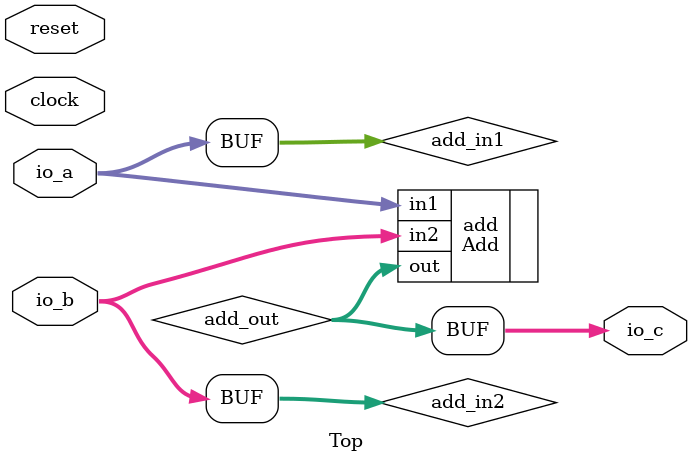
<source format=v>
module Top(
  input  clock,
  input  reset,
  input  [31:0] io_a,
  input  [31:0] io_b,
  output [31:0] io_c

);
  wire [31:0] add_in1;
  wire [31:0] add_in2;
  wire [31:0] add_out;
  Add add (
    .in1(add_in1),
    .in2(add_in2),
    .out(add_out)
  );
  assign io_c = add_out;
  assign add_in1 = io_a;
  assign add_in2 = io_b;
endmodule

</source>
